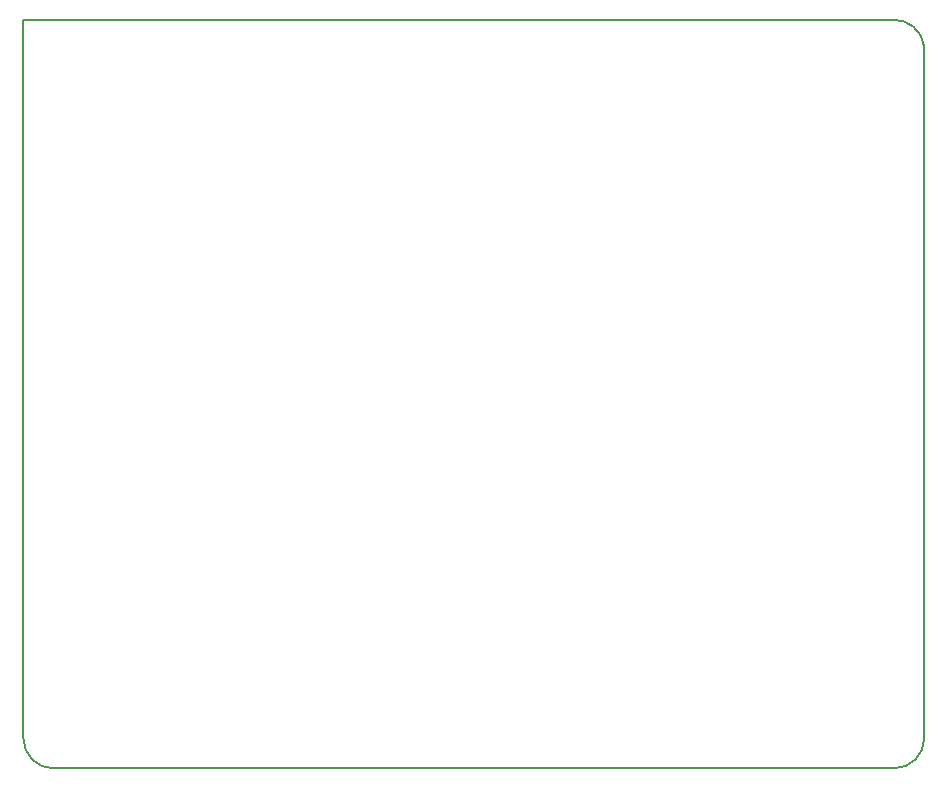
<source format=gbr>
G04 #@! TF.GenerationSoftware,KiCad,Pcbnew,5.0.2+dfsg1-1~bpo9+1*
G04 #@! TF.CreationDate,2019-03-08T11:12:02+00:00*
G04 #@! TF.ProjectId,thin_ZBS_screen,7468696e-5f5a-4425-935f-73637265656e,rev?*
G04 #@! TF.SameCoordinates,Original*
G04 #@! TF.FileFunction,Profile,NP*
%FSLAX46Y46*%
G04 Gerber Fmt 4.6, Leading zero omitted, Abs format (unit mm)*
G04 Created by KiCad (PCBNEW 5.0.2+dfsg1-1~bpo9+1) date Fri 08 Mar 2019 11:12:02 GMT*
%MOMM*%
%LPD*%
G01*
G04 APERTURE LIST*
%ADD10C,0.150000*%
G04 APERTURE END LIST*
D10*
X183324500Y-45593000D02*
X109855000Y-45593000D01*
X186118500Y-47879000D02*
X186118500Y-106426000D01*
X109855000Y-106426000D02*
X109855000Y-45593000D01*
X112395000Y-108966000D02*
X183578500Y-108966000D01*
X186118500Y-106426000D02*
G75*
G02X183578500Y-108966000I-2540000J0D01*
G01*
X112395000Y-108966000D02*
G75*
G02X109855000Y-106426000I0J2540000D01*
G01*
X186118500Y-47879000D02*
G75*
G03X183324500Y-45593000I-2540000J-254000D01*
G01*
M02*

</source>
